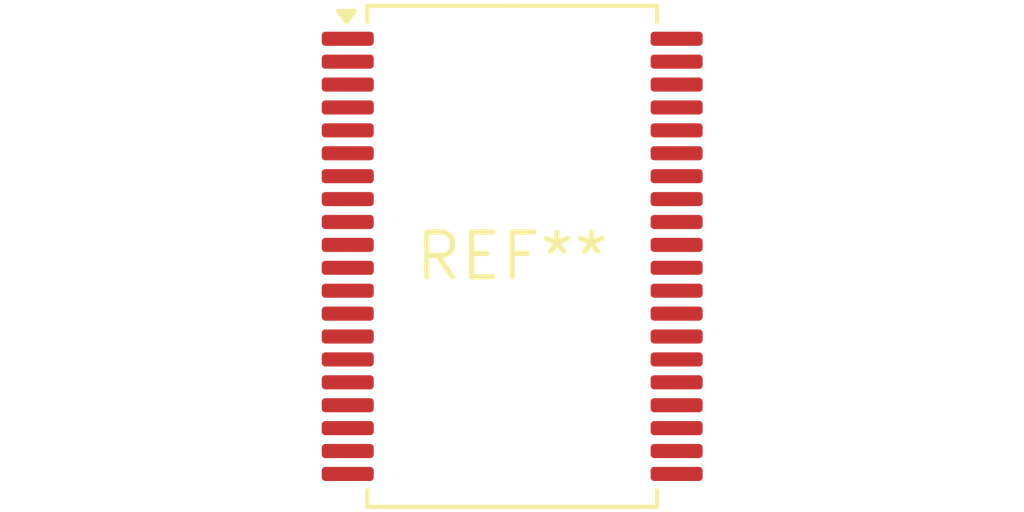
<source format=kicad_pcb>
(kicad_pcb (version 20240108) (generator pcbnew)
  (layers (0 "F.Cu" signal) (31 "B.Cu" signal) (34 "B.Paste" user) (35 "F.Paste" user) (36 "B.SilkS" user "B.Silkscreen") (37 "F.SilkS" user "F.Silkscreen") (38 "B.Mask" user) (39 "F.Mask" user) (44 "Edge.Cuts" user))
  (net 0 "")
  (footprint "TSSOP-40_8x14mm_P0.65mm" (layer "F.Cu") (at 0 0)
    (property "Reference" "REF**")
    (property "Value" "TSSOP-40_8x14mm_P0.65mm")
    (fp_line (start -4.11 -7.11) (end -4.11 -6.635) (layer "F.SilkS") (stroke (width 0.12)))
    (fp_line (start -4.11 7.11) (end -4.11 6.635) (layer "F.SilkS") (stroke (width 0.12)))
    (fp_line (start 0 -7.11) (end -4.11 -7.11) (layer "F.SilkS") (stroke (width 0.12)))
    (fp_line (start 0 -7.11) (end 4.11 -7.11) (layer "F.SilkS") (stroke (width 0.12)))
    (fp_line (start 0 7.11) (end -4.11 7.11) (layer "F.SilkS") (stroke (width 0.12)))
    (fp_line (start 0 7.11) (end 4.11 7.11) (layer "F.SilkS") (stroke (width 0.12)))
    (fp_line (start 4.11 -7.11) (end 4.11 -6.635) (layer "F.SilkS") (stroke (width 0.12)))
    (fp_line (start 4.11 7.11) (end 4.11 6.635) (layer "F.SilkS") (stroke (width 0.12)))
    (fp_poly (pts (xy -4.7 -6.635) (xy -4.94 -6.965) (xy -4.46 -6.965) (xy -4.7 -6.635)) (layer "F.SilkS") (stroke (width 0.12)) (fill solid))
    (pad "1" smd roundrect (at -4.6625 -6.175) (size 1.475 0.4) (layers "F.Cu" "F.Paste" "F.Mask"))
    (pad "2" smd roundrect (at -4.6625 -5.525) (size 1.475 0.4) (layers "F.Cu" "F.Paste" "F.Mask"))
    (pad "3" smd roundrect (at -4.6625 -4.875) (size 1.475 0.4) (layers "F.Cu" "F.Paste" "F.Mask"))
    (pad "4" smd roundrect (at -4.6625 -4.225) (size 1.475 0.4) (layers "F.Cu" "F.Paste" "F.Mask"))
    (pad "5" smd roundrect (at -4.6625 -3.575) (size 1.475 0.4) (layers "F.Cu" "F.Paste" "F.Mask"))
    (pad "6" smd roundrect (at -4.6625 -2.925) (size 1.475 0.4) (layers "F.Cu" "F.Paste" "F.Mask"))
    (pad "7" smd roundrect (at -4.6625 -2.275) (size 1.475 0.4) (layers "F.Cu" "F.Paste" "F.Mask"))
    (pad "8" smd roundrect (at -4.6625 -1.625) (size 1.475 0.4) (layers "F.Cu" "F.Paste" "F.Mask"))
    (pad "9" smd roundrect (at -4.6625 -0.975) (size 1.475 0.4) (layers "F.Cu" "F.Paste" "F.Mask"))
    (pad "10" smd roundrect (at -4.6625 -0.325) (size 1.475 0.4) (layers "F.Cu" "F.Paste" "F.Mask"))
    (pad "11" smd roundrect (at -4.6625 0.325) (size 1.475 0.4) (layers "F.Cu" "F.Paste" "F.Mask"))
    (pad "12" smd roundrect (at -4.6625 0.975) (size 1.475 0.4) (layers "F.Cu" "F.Paste" "F.Mask"))
    (pad "13" smd roundrect (at -4.6625 1.625) (size 1.475 0.4) (layers "F.Cu" "F.Paste" "F.Mask"))
    (pad "14" smd roundrect (at -4.6625 2.275) (size 1.475 0.4) (layers "F.Cu" "F.Paste" "F.Mask"))
    (pad "15" smd roundrect (at -4.6625 2.925) (size 1.475 0.4) (layers "F.Cu" "F.Paste" "F.Mask"))
    (pad "16" smd roundrect (at -4.6625 3.575) (size 1.475 0.4) (layers "F.Cu" "F.Paste" "F.Mask"))
    (pad "17" smd roundrect (at -4.6625 4.225) (size 1.475 0.4) (layers "F.Cu" "F.Paste" "F.Mask"))
    (pad "18" smd roundrect (at -4.6625 4.875) (size 1.475 0.4) (layers "F.Cu" "F.Paste" "F.Mask"))
    (pad "19" smd roundrect (at -4.6625 5.525) (size 1.475 0.4) (layers "F.Cu" "F.Paste" "F.Mask"))
    (pad "20" smd roundrect (at -4.6625 6.175) (size 1.475 0.4) (layers "F.Cu" "F.Paste" "F.Mask"))
    (pad "21" smd roundrect (at 4.6625 6.175) (size 1.475 0.4) (layers "F.Cu" "F.Paste" "F.Mask"))
    (pad "22" smd roundrect (at 4.6625 5.525) (size 1.475 0.4) (layers "F.Cu" "F.Paste" "F.Mask"))
    (pad "23" smd roundrect (at 4.6625 4.875) (size 1.475 0.4) (layers "F.Cu" "F.Paste" "F.Mask"))
    (pad "24" smd roundrect (at 4.6625 4.225) (size 1.475 0.4) (layers "F.Cu" "F.Paste" "F.Mask"))
    (pad "25" smd roundrect (at 4.6625 3.575) (size 1.475 0.4) (layers "F.Cu" "F.Paste" "F.Mask"))
    (pad "26" smd roundrect (at 4.6625 2.925) (size 1.475 0.4) (layers "F.Cu" "F.Paste" "F.Mask"))
    (pad "27" smd roundrect (at 4.6625 2.275) (size 1.475 0.4) (layers "F.Cu" "F.Paste" "F.Mask"))
    (pad "28" smd roundrect (at 4.6625 1.625) (size 1.475 0.4) (layers "F.Cu" "F.Paste" "F.Mask"))
    (pad "29" smd roundrect (at 4.6625 0.975) (size 1.475 0.4) (layers "F.Cu" "F.Paste" "F.Mask"))
    (pad "30" smd roundrect (at 4.6625 0.325) (size 1.475 0.4) (layers "F.Cu" "F.Paste" "F.Mask"))
    (pad "31" smd roundrect (at 4.6625 -0.325) (size 1.475 0.4) (layers "F.Cu" "F.Paste" "F.Mask"))
    (pad "32" smd roundrect (at 4.6625 -0.975) (size 1.475 0.4) (layers "F.Cu" "F.Paste" "F.Mask"))
    (pad "33" smd roundrect (at 4.6625 -1.625) (size 1.475 0.4) (layers "F.Cu" "F.Paste" "F.Mask"))
    (pad "34" smd roundrect (at 4.6625 -2.275) (size 1.475 0.4) (layers "F.Cu" "F.Paste" "F.Mask"))
    (pad "35" smd roundrect (at 4.6625 -2.925) (size 1.475 0.4) (layers "F.Cu" "F.Paste" "F.Mask"))
    (pad "36" smd roundrect (at 4.6625 -3.575) (size 1.475 0.4) (layers "F.Cu" "F.Paste" "F.Mask"))
    (pad "37" smd roundrect (at 4.6625 -4.225) (size 1.475 0.4) (layers "F.Cu" "F.Paste" "F.Mask"))
    (pad "38" smd roundrect (at 4.6625 -4.875) (size 1.475 0.4) (layers "F.Cu" "F.Paste" "F.Mask"))
    (pad "39" smd roundrect (at 4.6625 -5.525) (size 1.475 0.4) (layers "F.Cu" "F.Paste" "F.Mask"))
    (pad "40" smd roundrect (at 4.6625 -6.175) (size 1.475 0.4) (layers "F.Cu" "F.Paste" "F.Mask"))
  )
)
</source>
